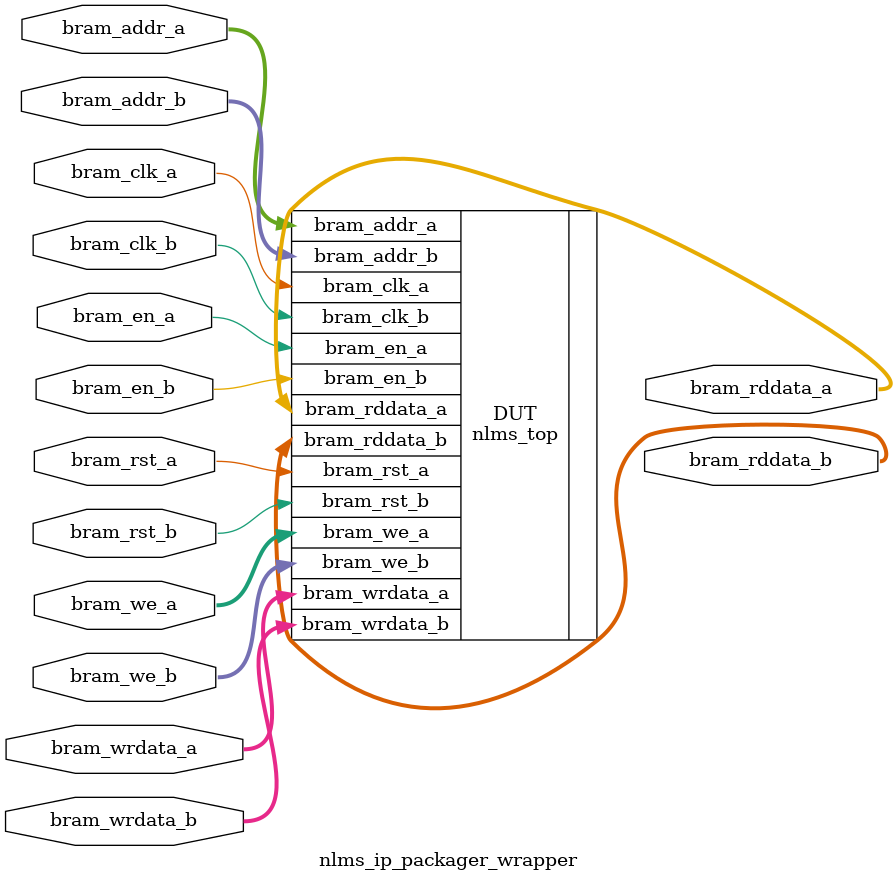
<source format=v>
`timescale 1ns / 1ps


module nlms_ip_packager_wrapper(
  // interface to AXI-BRAM converter
  // bram port A, write only
  input wire bram_rst_a,                             // bram channel A reset for channel A, main reset of IP
  input wire bram_clk_a,                             // bram channel A clock, main clock of IP
  input wire bram_en_a,                              // bram channel A enable signal for IP
  input wire [32/8-1:0] bram_we_a,      // bram channel A write enable, one bit for every byte in data word
  input wire [12-1:0] bram_addr_a,      // bram channel A write address
  input wire [32-1:0] bram_wrdata_a,    // bram channel A wdata
  output wire [32-1:0] bram_rddata_a,   // bram channel A rdata, NOT USED
  
  // bram port B, read only
  input wire bram_rst_b,                             // bram channel B reset
  input wire bram_clk_b,                             // bram channel B clk
  input wire bram_en_b,                              // bram channel B enable
  input wire [32/8-1:0] bram_we_b,      // bram channel B write enable, one bit for every byte in data word, NOT USED
  input wire [12-1:0] bram_addr_b,      // bram channel B read address
  output wire [32-1:0] bram_rddata_b,   // bram channel B rdata
  input wire [32-1:0] bram_wrdata_b    // bram channel B wdata, NOT USED
);

localparam LOG2_H_BUFF_HEIGHT = $clog2(128);
localparam LOG2_X_D_BUFF_HEIGHT = $clog2(128);
localparam SAMPLE_WIDTH = 16;
localparam LOG2_NUM_MULS = $clog2(4);
localparam SAMPLE_Q_FORMAT = 8;
localparam BRAM_ADDR_WIDTH = 12;
localparam BRAM_DATA_WIDTH = 32;

nlms_top #(
  .LOG2_H_BUFF_HEIGHT(LOG2_H_BUFF_HEIGHT),
  .LOG2_X_D_BUFF_HEIGHT(LOG2_X_D_BUFF_HEIGHT),
  .SAMPLE_WIDTH(SAMPLE_WIDTH),
  .LOG2_NUM_MULS(LOG2_NUM_MULS),
  .SAMPLE_Q_FORMAT(SAMPLE_Q_FORMAT),
  .BRAM_ADDR_WIDTH(BRAM_ADDR_WIDTH),
  .BRAM_DATA_WIDTH(BRAM_DATA_WIDTH)
)DUT(
  .bram_rst_a(bram_rst_a),                             // bram channel A reset for channel A, main reset of IP
  .bram_clk_a(bram_clk_a),                             // bram channel A clock, main clock of IP
  .bram_en_a(bram_en_a),                              // bram channel A enable signal for IP
  .bram_we_a(bram_we_a),      // bram channel A write enable, one bit for every byte in data word
  .bram_addr_a(bram_addr_a),      // bram channel A write address
  .bram_wrdata_a(bram_wrdata_a),    // bram channel A wdata
  .bram_rddata_a(bram_rddata_a),   // bram channel A rdata, NOT USED
  
  // bram port B, read only
  .bram_rst_b(bram_rst_b),                             // bram channel B reset
  .bram_clk_b(bram_clk_b),                             // bram channel B clk
  .bram_en_b(bram_en_b),                              // bram channel B enable
  .bram_we_b(bram_we_b),      // bram channel B write enable, one bit for every byte in data word, NOT USED
  .bram_addr_b(bram_addr_b),      // bram channel B read address
  .bram_rddata_b(bram_rddata_b),   // bram channel B rdata
  .bram_wrdata_b(bram_wrdata_b)    // bram channel B wdata, NOT USED
);

endmodule

</source>
